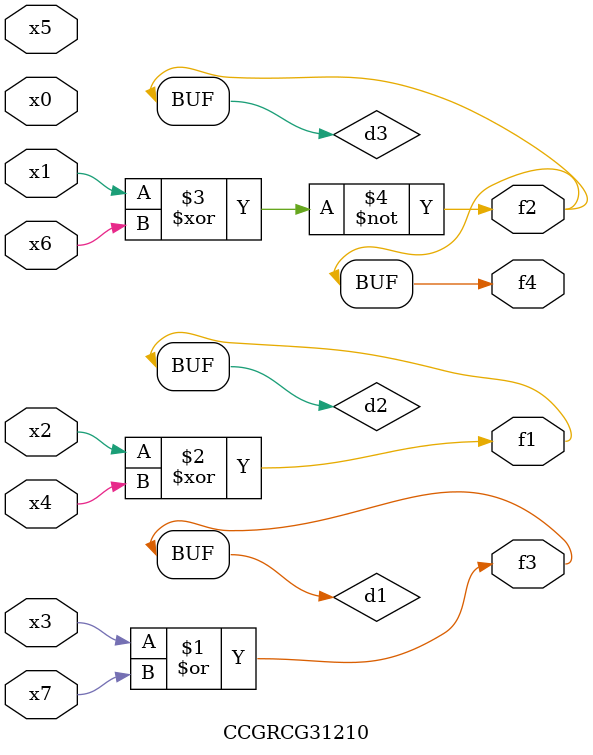
<source format=v>
module CCGRCG31210(
	input x0, x1, x2, x3, x4, x5, x6, x7,
	output f1, f2, f3, f4
);

	wire d1, d2, d3;

	or (d1, x3, x7);
	xor (d2, x2, x4);
	xnor (d3, x1, x6);
	assign f1 = d2;
	assign f2 = d3;
	assign f3 = d1;
	assign f4 = d3;
endmodule

</source>
